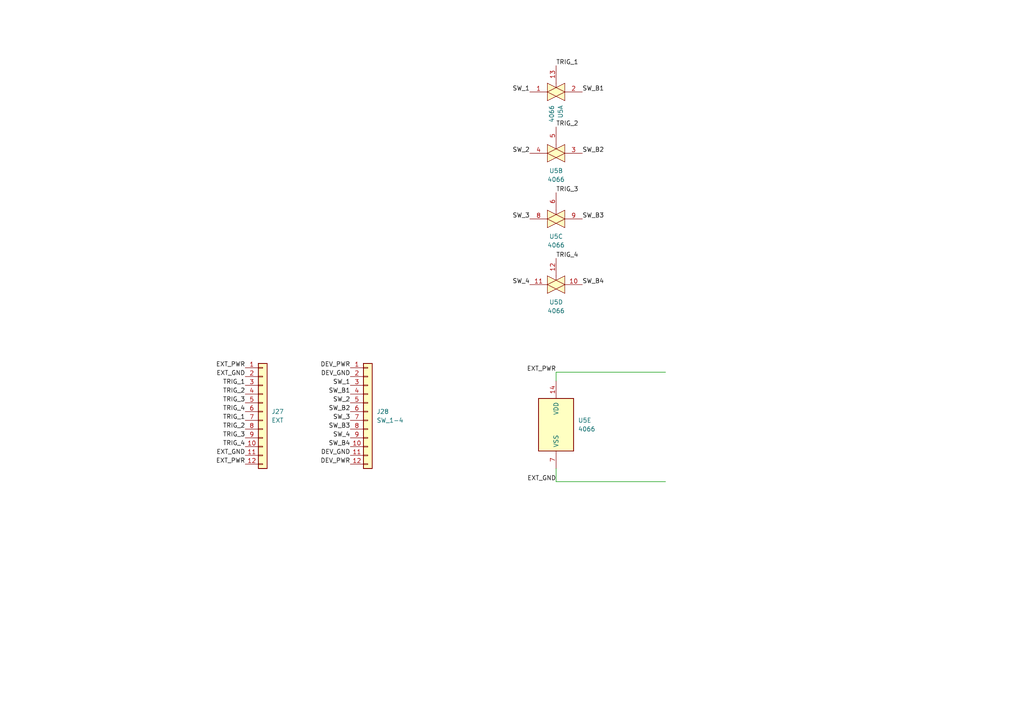
<source format=kicad_sch>
(kicad_sch (version 20231120) (generator "eeschema") (generator_version "8.0")
  (paper "A4")
  (title_block (title "Audio Thing Template") (rev "1.0") (company "velvia-fifty") (comment 1 "https://github.com/velvia-fifty/AudioThings") (comment 2 "You should have changed this already :)") (comment 4 "Stay humble"))
  (lib_symbols
    (symbol "4xxx:4066" (pin_names (offset 1.016))
      (property "Reference" "U" (at -7.62 8.89 0))
      (property "Value" "4066" (at -7.62 -8.89 0))
      (symbol "4066_1_0"
        (polyline (pts (xy 0 1.27) (xy 0 2.54)) (stroke (width 0.1524)))
        (polyline (pts (xy -2.54 0) (xy 2.54 2.54) (xy 2.54 -2.54) (xy -2.54 0)) (fill (type background)))
        (polyline (pts (xy -2.54 2.54) (xy 2.54 0) (xy -2.54 -2.54) (xy -2.54 2.54)) (fill (type background)))
        (pin passive line (at -7.62 0 0) (length 5.08) (name "~") (number "1"))
        (pin input line (at 0 7.62 270) (length 5.08) (name "~") (number "13"))
        (pin passive line (at 7.62 0 180) (length 5.08) (name "~") (number "2"))
      )
      (symbol "4066_2_0"
        (polyline (pts (xy 0 1.27) (xy 0 2.54)) (stroke (width 0.1524)))
        (polyline (pts (xy -2.54 0) (xy 2.54 2.54) (xy 2.54 -2.54) (xy -2.54 0)) (fill (type background)))
        (polyline (pts (xy -2.54 2.54) (xy 2.54 0) (xy -2.54 -2.54) (xy -2.54 2.54)) (fill (type background)))
        (pin passive line (at 7.62 0 180) (length 5.08) (name "~") (number "3"))
        (pin passive line (at -7.62 0 0) (length 5.08) (name "~") (number "4"))
        (pin input line (at 0 7.62 270) (length 5.08) (name "~") (number "5"))
      )
      (symbol "4066_3_0"
        (polyline (pts (xy 0 1.27) (xy 0 2.54)) (stroke (width 0.1524)))
        (polyline (pts (xy -2.54 0) (xy 2.54 2.54) (xy 2.54 -2.54) (xy -2.54 0)) (fill (type background)))
        (polyline (pts (xy -2.54 2.54) (xy 2.54 0) (xy -2.54 -2.54) (xy -2.54 2.54)) (fill (type background)))
        (pin input line (at 0 7.62 270) (length 5.08) (name "~") (number "6"))
        (pin passive line (at -7.62 0 0) (length 5.08) (name "~") (number "8"))
        (pin passive line (at 7.62 0 180) (length 5.08) (name "~") (number "9"))
      )
      (symbol "4066_4_0"
        (polyline (pts (xy 0 1.27) (xy 0 2.54)) (stroke (width 0.1524)))
        (polyline (pts (xy -2.54 0) (xy 2.54 2.54) (xy 2.54 -2.54) (xy -2.54 0)) (fill (type background)))
        (polyline (pts (xy -2.54 2.54) (xy 2.54 0) (xy -2.54 -2.54) (xy -2.54 2.54)) (fill (type background)))
        (pin passive line (at 7.62 0 180) (length 5.08) (name "~") (number "10"))
        (pin passive line (at -7.62 0 0) (length 5.08) (name "~") (number "11"))
        (pin input line (at 0 7.62 270) (length 5.08) (name "~") (number "12"))
      )
      (symbol "4066_5_0"
        (pin power_in line (at 0 12.7 270) (length 5.08) (name "VDD") (number "14"))
        (pin power_in line (at 0 -12.7 90) (length 5.08) (name "VSS") (number "7"))
      )
      (symbol "4066_5_1"
        (rectangle (start -5.08 7.62) (end 5.08 -7.62) (stroke (width 0.254)) (fill (type background)))
      )
    )
    (symbol "Connector_Generic:Conn_01x12" (pin_names (offset 1.016) hide)
      (property "Reference" "J" (at 0 15.24 0))
      (property "Value" "Conn_01x12" (at 0 -17.78 0))
      (symbol "Conn_01x12_1_1"
        (rectangle (start -1.27 -15.113) (end 0 -15.367) (stroke (width 0.1524)))
        (rectangle (start -1.27 -12.573) (end 0 -12.827) (stroke (width 0.1524)))
        (rectangle (start -1.27 -10.033) (end 0 -10.287) (stroke (width 0.1524)))
        (rectangle (start -1.27 -7.493) (end 0 -7.747) (stroke (width 0.1524)))
        (rectangle (start -1.27 -4.953) (end 0 -5.207) (stroke (width 0.1524)))
        (rectangle (start -1.27 -2.413) (end 0 -2.667) (stroke (width 0.1524)))
        (rectangle (start -1.27 0.127) (end 0 -0.127) (stroke (width 0.1524)))
        (rectangle (start -1.27 2.667) (end 0 2.413) (stroke (width 0.1524)))
        (rectangle (start -1.27 5.207) (end 0 4.953) (stroke (width 0.1524)))
        (rectangle (start -1.27 7.747) (end 0 7.493) (stroke (width 0.1524)))
        (rectangle (start -1.27 10.287) (end 0 10.033) (stroke (width 0.1524)))
        (rectangle (start -1.27 12.827) (end 0 12.573) (stroke (width 0.1524)))
        (rectangle (start -1.27 13.97) (end 1.27 -16.51) (stroke (width 0.254)) (fill (type background)))
        (pin passive line (at -5.08 12.7 0) (length 3.81) (name "Pin_1") (number "1"))
        (pin passive line (at -5.08 -10.16 0) (length 3.81) (name "Pin_10") (number "10"))
        (pin passive line (at -5.08 -12.7 0) (length 3.81) (name "Pin_11") (number "11"))
        (pin passive line (at -5.08 -15.24 0) (length 3.81) (name "Pin_12") (number "12"))
        (pin passive line (at -5.08 10.16 0) (length 3.81) (name "Pin_2") (number "2"))
        (pin passive line (at -5.08 7.62 0) (length 3.81) (name "Pin_3") (number "3"))
        (pin passive line (at -5.08 5.08 0) (length 3.81) (name "Pin_4") (number "4"))
        (pin passive line (at -5.08 2.54 0) (length 3.81) (name "Pin_5") (number "5"))
        (pin passive line (at -5.08 0 0) (length 3.81) (name "Pin_6") (number "6"))
        (pin passive line (at -5.08 -2.54 0) (length 3.81) (name "Pin_7") (number "7"))
        (pin passive line (at -5.08 -5.08 0) (length 3.81) (name "Pin_8") (number "8"))
        (pin passive line (at -5.08 -7.62 0) (length 3.81) (name "Pin_9") (number "9"))
      )
    )
  )
  (wire (pts (xy 161.29 139.7) (xy 161.29 135.89)))
  (wire (pts (xy 161.29 139.7) (xy 193.04 139.7)))
  (wire (pts (xy 161.29 107.95) (xy 161.29 110.49)))
  (wire (pts (xy 161.29 107.95) (xy 193.04 107.95)))
  (label "TRIG_4" (at 71.12 119.38 180))
  (label "SW_2" (at 101.6 116.84 180))
  (label "EXT_PWR" (at 161.29 107.95 180))
  (label "DEV_GND" (at 101.6 132.08 180))
  (label "SW_B1" (at 101.6 114.3 180))
  (label "SW_B2" (at 101.6 119.38 180))
  (label "TRIG_3" (at 161.29 55.88 0))
  (label "TRIG_2" (at 161.29 36.83 0))
  (label "SW_2" (at 153.67 44.45 180))
  (label "SW_1" (at 101.6 111.76 180))
  (label "TRIG_4" (at 71.12 129.54 180))
  (label "EXT_GND" (at 71.12 109.22 180))
  (label "SW_B2" (at 168.91 44.45 0))
  (label "SW_B3" (at 168.91 63.5 0))
  (label "SW_4" (at 101.6 127 180))
  (label "TRIG_1" (at 71.12 111.76 180))
  (label "DEV_PWR" (at 101.6 106.68 180))
  (label "TRIG_3" (at 71.12 116.84 180))
  (label "DEV_PWR" (at 101.6 134.62 180))
  (label "EXT_PWR" (at 71.12 106.68 180))
  (label "TRIG_2" (at 71.12 124.46 180))
  (label "TRIG_1" (at 161.29 19.05 0))
  (label "SW_B1" (at 168.91 26.67 0))
  (label "TRIG_1" (at 71.12 121.92 180))
  (label "DEV_GND" (at 101.6 109.22 180))
  (label "EXT_GND" (at 71.12 132.08 180))
  (label "SW_4" (at 153.67 82.55 180))
  (label "SW_1" (at 153.67 26.67 180))
  (label "EXT_GND" (at 161.29 139.7 180))
  (label "TRIG_3" (at 71.12 127 180))
  (label "EXT_PWR" (at 71.12 134.62 180))
  (label "SW_B4" (at 168.91 82.55 0))
  (label "SW_B3" (at 101.6 124.46 180))
  (label "TRIG_2" (at 71.12 114.3 180))
  (label "TRIG_4" (at 161.29 74.93 0))
  (label "SW_3" (at 153.67 63.5 180))
  (label "SW_3" (at 101.6 121.92 180))
  (label "SW_B4" (at 101.6 129.54 180))
  (symbol (lib_id "4xxx:4066") (at 161.29 63.5 0) (unit 3)
    (property "Reference" "U5" (at 161.29 68.58 0))
    (property "Value" "4066" (at 161.29 71.12 0))
    (property "Footprint" "Package_DFN_QFN:DHVQFN-14-1EP_2.5x3mm_P0.5mm_EP1x1.5mm" (effects (hide yes)))
    (property "Datasheet" "http://www.ti.com/lit/ds/symlink/cd4066b.pdf" (effects (hide yes)))
    (property "Description" "Quad Analog Switches" (effects (hide yes)))
  )
  (symbol (lib_id "4xxx:4066") (at 161.29 82.55 0) (unit 4)
    (property "Reference" "U5" (at 161.29 87.63 0))
    (property "Value" "4066" (at 161.29 90.17 0))
    (property "Footprint" "Package_DFN_QFN:DHVQFN-14-1EP_2.5x3mm_P0.5mm_EP1x1.5mm" (effects (hide yes)))
    (property "Datasheet" "http://www.ti.com/lit/ds/symlink/cd4066b.pdf" (effects (hide yes)))
    (property "Description" "Quad Analog Switches" (effects (hide yes)))
  )
  (symbol (lib_id "4xxx:4066") (at 161.29 26.67 0) (unit 1)
    (property "Reference" "U5" (at 162.5601 30.48 90) (effects (justify right)))
    (property "Value" "4066" (at 160.0201 30.48 90) (effects (justify right)))
    (property "Footprint" "Package_DFN_QFN:DHVQFN-14-1EP_2.5x3mm_P0.5mm_EP1x1.5mm" (effects (hide yes)))
    (property "Datasheet" "http://www.ti.com/lit/ds/symlink/cd4066b.pdf" (effects (hide yes)))
    (property "Description" "Quad Analog Switches" (effects (hide yes)))
  )
  (symbol (lib_id "4xxx:4066") (at 161.29 123.19 0) (unit 5)
    (property "Reference" "U5" (at 167.64 121.9199 0) (effects (justify left)))
    (property "Value" "4066" (at 167.64 124.4599 0) (effects (justify left)))
    (property "Footprint" "Package_DFN_QFN:DHVQFN-14-1EP_2.5x3mm_P0.5mm_EP1x1.5mm" (effects (hide yes)))
    (property "Datasheet" "http://www.ti.com/lit/ds/symlink/cd4066b.pdf" (effects (hide yes)))
    (property "Description" "Quad Analog Switches" (effects (hide yes)))
  )
  (symbol (lib_id "Connector_Generic:Conn_01x12") (at 106.68 119.38 0) (unit 1)
    (property "Reference" "J28" (at 109.22 119.3799 0) (effects (justify left)))
    (property "Value" "SW_1-4" (at 109.22 121.9199 0) (effects (justify left)))
    (property "Footprint" "AT-Footprints:JST_SHL 12pin w pads" (effects (hide yes)))
    (property "Description" "Generic connector, single row, 01x12, script generated (kicad-library-utils/schlib/autogen/connector/)" (effects (hide yes)))
  )
  (symbol (lib_id "Connector_Generic:Conn_01x12") (at 76.2 119.38 0) (unit 1)
    (property "Reference" "J27" (at 78.74 119.3799 0) (effects (justify left)))
    (property "Value" "EXT" (at 78.74 121.9199 0) (effects (justify left)))
    (property "Footprint" "AT-Footprints:JST_SHL 12pin w pads" (effects (hide yes)))
    (property "Description" "Generic connector, single row, 01x12, script generated (kicad-library-utils/schlib/autogen/connector/)" (effects (hide yes)))
  )
  (symbol (lib_id "4xxx:4066") (at 161.29 44.45 0) (unit 2)
    (property "Reference" "U5" (at 161.29 49.53 0))
    (property "Value" "4066" (at 161.29 52.07 0))
    (property "Footprint" "Package_DFN_QFN:DHVQFN-14-1EP_2.5x3mm_P0.5mm_EP1x1.5mm" (effects (hide yes)))
    (property "Datasheet" "http://www.ti.com/lit/ds/symlink/cd4066b.pdf" (effects (hide yes)))
    (property "Description" "Quad Analog Switches" (effects (hide yes)))
  )
)
</source>
